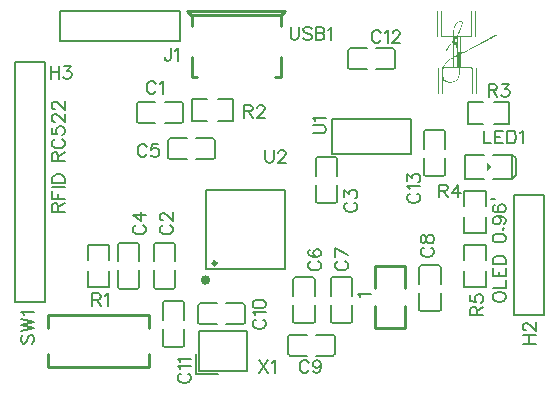
<source format=gto>
G04 Layer: TopSilkscreenLayer*
G04 EasyEDA v6.5.39, 2024-01-11 12:10:10*
G04 6726c83836ac4f208e7d9a6969430780,b65fc79a3ba447d2aedd2257ff82dca6,10*
G04 Gerber Generator version 0.2*
G04 Scale: 100 percent, Rotated: No, Reflected: No *
G04 Dimensions in millimeters *
G04 leading zeros omitted , absolute positions ,4 integer and 5 decimal *
%FSLAX45Y45*%
%MOMM*%

%ADD10C,0.1524*%
%ADD11C,0.2540*%
%ADD12C,0.2032*%
%ADD13C,0.2030*%
%ADD14C,0.2000*%
%ADD15C,0.4000*%
%ADD16C,0.0151*%

%LPD*%
G36*
X5893308Y5817514D02*
G01*
X5892292Y5815685D01*
X5892292Y5595315D01*
X5893765Y5593842D01*
X5899607Y5593842D01*
X5900775Y5594959D01*
X5900775Y5816041D01*
X5900166Y5817514D01*
G37*
G36*
X5926632Y5817514D02*
G01*
X5925362Y5815939D01*
X5925108Y5598769D01*
X5925667Y5594756D01*
X5929122Y5593130D01*
X5929426Y5591251D01*
X5930950Y5590082D01*
X6027216Y5590082D01*
X6027436Y5588508D01*
X6036106Y5588508D01*
X6036665Y5590082D01*
X6043777Y5590082D01*
X6043777Y5589574D01*
X6042101Y5587034D01*
X6040729Y5585460D01*
X6037935Y5581599D01*
X6037275Y5582818D01*
X6036106Y5588508D01*
X6027436Y5588508D01*
X6027826Y5585714D01*
X6027826Y5571134D01*
X6039510Y5571134D01*
X6039510Y5572810D01*
X6046317Y5581853D01*
X6049721Y5586831D01*
X6052261Y5590082D01*
X6085484Y5590082D01*
X6085230Y5455767D01*
X6077508Y5451805D01*
X6075680Y5452313D01*
X6075222Y5453837D01*
X6074613Y5459018D01*
X6073749Y5460593D01*
X6071870Y5469077D01*
X6069025Y5479643D01*
X6068009Y5481472D01*
X6066790Y5486196D01*
X6065266Y5490921D01*
X6063894Y5493359D01*
X6063894Y5590082D01*
X6055461Y5590082D01*
X6055461Y5518810D01*
X6054648Y5518810D01*
X6054039Y5522772D01*
X6052820Y5524652D01*
X6052108Y5528411D01*
X6050889Y5530291D01*
X6050178Y5534507D01*
X6048908Y5536336D01*
X6048857Y5538724D01*
X6047435Y5542483D01*
X6046470Y5547106D01*
X6045301Y5549493D01*
X6044590Y5554218D01*
X6043625Y5555996D01*
X6041288Y5565444D01*
X6039510Y5571134D01*
X6027826Y5571134D01*
X6027826Y5570423D01*
X6026962Y5568289D01*
X6018682Y5558891D01*
X6012383Y5551373D01*
X5993587Y5526379D01*
X5993587Y5525363D01*
X5992723Y5525363D01*
X5990183Y5521401D01*
X5986068Y5515914D01*
X5986068Y5515102D01*
X5984900Y5513882D01*
X5980277Y5506821D01*
X5979261Y5505907D01*
X5976721Y5502097D01*
X5976721Y5500979D01*
X5975908Y5500979D01*
X5972962Y5496407D01*
X5972962Y5495340D01*
X5972200Y5495340D01*
X5969203Y5490768D01*
X5969203Y5489702D01*
X5968441Y5489702D01*
X5965444Y5485130D01*
X5965444Y5484114D01*
X5964631Y5484114D01*
X5962192Y5479999D01*
X5961989Y5476494D01*
X5964275Y5474716D01*
X5965494Y5474716D01*
X5968034Y5476341D01*
X5973876Y5483758D01*
X5973876Y5485028D01*
X5974689Y5485028D01*
X5977991Y5490413D01*
X5987948Y5507786D01*
X5989472Y5511038D01*
X5990082Y5511546D01*
X5991707Y5514340D01*
X5993231Y5517642D01*
X6003899Y5534609D01*
X6003899Y5535218D01*
X6005372Y5536844D01*
X6011164Y5544312D01*
X6026962Y5559653D01*
X6027572Y5559044D01*
X6027587Y5552541D01*
X6036259Y5552541D01*
X6038596Y5550357D01*
X6038646Y5548122D01*
X6040069Y5544362D01*
X6041288Y5539689D01*
X6043828Y5532170D01*
X6044742Y5527954D01*
X6045962Y5525617D01*
X6046622Y5521350D01*
X6047841Y5519470D01*
X6048502Y5515610D01*
X6049822Y5513882D01*
X6049873Y5511952D01*
X6051702Y5508294D01*
X6051702Y5506821D01*
X6053582Y5503113D01*
X6053582Y5501690D01*
X6055461Y5498185D01*
X6055461Y5470499D01*
X6064859Y5470499D01*
X6064859Y5468366D01*
X6066688Y5462270D01*
X6068263Y5455716D01*
X6069279Y5449163D01*
X6068618Y5447284D01*
X6064402Y5445302D01*
X6063894Y5445810D01*
X6063894Y5470499D01*
X6055461Y5470499D01*
X6055461Y5443220D01*
X6077407Y5443220D01*
X6079134Y5445607D01*
X6080658Y5445658D01*
X6082893Y5447385D01*
X6084773Y5447842D01*
X6085484Y5447487D01*
X6085484Y5337352D01*
X6084620Y5336844D01*
X6084011Y5337810D01*
X6084112Y5390083D01*
X6083198Y5392877D01*
X6082131Y5416346D01*
X6081268Y5419140D01*
X6079896Y5431790D01*
X6079032Y5434685D01*
X6078372Y5440730D01*
X6077407Y5443220D01*
X6055461Y5443220D01*
X6055461Y5441238D01*
X6053429Y5439054D01*
X6051854Y5439054D01*
X6049467Y5437225D01*
X6048095Y5437225D01*
X6045708Y5435346D01*
X6044336Y5435346D01*
X6041948Y5433466D01*
X6040577Y5433466D01*
X6038138Y5431485D01*
X6036462Y5431840D01*
X6036259Y5552541D01*
X6027587Y5552541D01*
X6027877Y5429910D01*
X6027267Y5426202D01*
X6022441Y5423865D01*
X6013551Y5418836D01*
X6010706Y5417515D01*
X6006947Y5415229D01*
X6005068Y5414314D01*
X5995466Y5408371D01*
X5995466Y5407812D01*
X5993130Y5406745D01*
X5983224Y5399176D01*
X5975654Y5392420D01*
X5966002Y5382412D01*
X5959348Y5374132D01*
X5952439Y5363819D01*
X5946902Y5353964D01*
X5941060Y5341620D01*
X5941060Y5340553D01*
X5939275Y5337505D01*
X5947156Y5337505D01*
X5947156Y5339384D01*
X5953912Y5353507D01*
X5957976Y5360060D01*
X5959094Y5362397D01*
X5962040Y5366156D01*
X5963259Y5368442D01*
X5971844Y5379262D01*
X5982258Y5389626D01*
X5990539Y5396636D01*
X6004153Y5406034D01*
X6006490Y5407202D01*
X6013043Y5411368D01*
X6026658Y5418429D01*
X6027216Y5418429D01*
X6027775Y5416346D01*
X6027826Y5338775D01*
X6027468Y5337860D01*
X6036259Y5337860D01*
X6036259Y5422442D01*
X6038342Y5424576D01*
X6054750Y5432856D01*
X6055461Y5432450D01*
X6055461Y5337860D01*
X6063894Y5337860D01*
X6063894Y5437682D01*
X6066485Y5438698D01*
X6067907Y5439918D01*
X6070447Y5440476D01*
X6071971Y5438140D01*
X6072784Y5430418D01*
X6074206Y5423814D01*
X6075121Y5413044D01*
X6076137Y5407406D01*
X6076645Y5338978D01*
X6075680Y5336387D01*
X6064504Y5336387D01*
X6063894Y5337860D01*
X6055461Y5337860D01*
X6054902Y5336387D01*
X6038342Y5336387D01*
X6036259Y5337860D01*
X6027468Y5337860D01*
X6026912Y5336387D01*
X5948273Y5336387D01*
X5947156Y5337505D01*
X5939275Y5337505D01*
X5938621Y5336387D01*
X5934456Y5336387D01*
X5928868Y5330698D01*
X5928868Y5284571D01*
X5938316Y5284571D01*
X5938316Y5301894D01*
X5940552Y5319014D01*
X5942025Y5323281D01*
X5942025Y5325465D01*
X5943955Y5327954D01*
X6075883Y5327700D01*
X6076137Y5321147D01*
X6075121Y5310378D01*
X6074257Y5291632D01*
X6072022Y5274208D01*
X6071412Y5273141D01*
X6070092Y5265521D01*
X6069177Y5264404D01*
X6068517Y5260492D01*
X6066739Y5256936D01*
X6066739Y5255158D01*
X6065367Y5252669D01*
X6062319Y5246116D01*
X6059068Y5240477D01*
X6056172Y5237276D01*
X6050940Y5232298D01*
X6048146Y5230063D01*
X6040729Y5225237D01*
X6039967Y5225237D01*
X6031941Y5221478D01*
X6030823Y5221478D01*
X6027369Y5219598D01*
X6025642Y5219598D01*
X6022187Y5217871D01*
X6018682Y5217210D01*
X6016802Y5215991D01*
X6013043Y5215382D01*
X6010249Y5214061D01*
X6001512Y5212486D01*
X5995720Y5213502D01*
X5989624Y5214112D01*
X5986678Y5215280D01*
X5982665Y5215991D01*
X5979769Y5217718D01*
X5978042Y5217718D01*
X5975654Y5219598D01*
X5974130Y5219700D01*
X5969914Y5222392D01*
X5967577Y5223611D01*
X5964326Y5225745D01*
X5963818Y5226405D01*
X5957722Y5231536D01*
X5955080Y5234279D01*
X5950153Y5240477D01*
X5948172Y5243779D01*
X5943955Y5252669D01*
X5943295Y5255971D01*
X5942126Y5258308D01*
X5941466Y5263438D01*
X5940196Y5267706D01*
X5938316Y5284571D01*
X5928868Y5284571D01*
X5928868Y5111445D01*
X5930900Y5108854D01*
X5936284Y5109260D01*
X5937808Y5110480D01*
X5937808Y5247233D01*
X5938367Y5248706D01*
X5939180Y5248706D01*
X5939180Y5247030D01*
X5943295Y5239004D01*
X5946851Y5233924D01*
X5950610Y5229250D01*
X5955842Y5224272D01*
X5964732Y5217464D01*
X5972251Y5213248D01*
X5976569Y5211165D01*
X5978398Y5211165D01*
X5979566Y5209997D01*
X5985865Y5208320D01*
X5997346Y5206034D01*
X6005169Y5206034D01*
X6008370Y5207304D01*
X6013297Y5207965D01*
X6013754Y5208778D01*
X6019088Y5209895D01*
X6021019Y5211064D01*
X6024676Y5211724D01*
X6026658Y5212943D01*
X6030366Y5213604D01*
X6032246Y5214924D01*
X6033566Y5214924D01*
X6042609Y5219141D01*
X6043218Y5219141D01*
X6050026Y5223103D01*
X6051550Y5224526D01*
X6053734Y5225948D01*
X6057188Y5228793D01*
X6062472Y5234228D01*
X6068618Y5243779D01*
X6073292Y5253736D01*
X6073292Y5255514D01*
X6074308Y5256530D01*
X6078372Y5271922D01*
X6079388Y5280558D01*
X6080252Y5282692D01*
X6081369Y5299100D01*
X6081928Y5300065D01*
X6082995Y5326989D01*
X6083706Y5327700D01*
X6180328Y5327954D01*
X6181598Y5326888D01*
X6181598Y5110480D01*
X6183071Y5109260D01*
X6188456Y5108854D01*
X6190488Y5111445D01*
X6190488Y5330698D01*
X6184950Y5336387D01*
X6094425Y5336387D01*
X6093917Y5338470D01*
X6094171Y5452364D01*
X6108700Y5459222D01*
X6109766Y5459222D01*
X6110935Y5460644D01*
X6112560Y5460644D01*
X6114948Y5462524D01*
X6116370Y5462524D01*
X6160719Y5484114D01*
X6244640Y5526786D01*
X6246114Y5528157D01*
X6247587Y5528157D01*
X6249974Y5530037D01*
X6251295Y5530037D01*
X6253683Y5531916D01*
X6255054Y5531916D01*
X6257442Y5533796D01*
X6258814Y5533796D01*
X6261049Y5535472D01*
X6299047Y5554980D01*
X6300520Y5556300D01*
X6301943Y5556300D01*
X6304330Y5558180D01*
X6305600Y5558180D01*
X6307886Y5559755D01*
X6338417Y5575604D01*
X6339890Y5576925D01*
X6341262Y5576925D01*
X6343497Y5578500D01*
X6363004Y5588914D01*
X6364173Y5590082D01*
X6365697Y5590082D01*
X6368084Y5591962D01*
X6368643Y5591962D01*
X6389370Y5603798D01*
X6392164Y5606338D01*
X6392672Y5610250D01*
X6391503Y5611622D01*
X6386728Y5611622D01*
X6383426Y5610758D01*
X6379210Y5609285D01*
X6366560Y5603595D01*
X6365138Y5602732D01*
X6361836Y5601360D01*
X6329527Y5584698D01*
X6329019Y5584190D01*
X6322618Y5580938D01*
X6321653Y5579770D01*
X6320129Y5579770D01*
X6317945Y5578246D01*
X6303975Y5570778D01*
X6300673Y5568492D01*
X6298387Y5567934D01*
X6297269Y5566613D01*
X6296406Y5566613D01*
X6287363Y5561380D01*
X6284518Y5560060D01*
X6265519Y5549239D01*
X6264351Y5548782D01*
X6260592Y5546496D01*
X6224473Y5526532D01*
X6224016Y5525922D01*
X6219088Y5523433D01*
X6207353Y5516880D01*
X6207150Y5516575D01*
X6203848Y5515051D01*
X6200089Y5512765D01*
X6193536Y5509412D01*
X6186982Y5505653D01*
X6176213Y5499862D01*
X6149492Y5486044D01*
X6131407Y5477154D01*
X6117132Y5470398D01*
X6115710Y5469534D01*
X6107734Y5466080D01*
X6094425Y5459730D01*
X6093917Y5459730D01*
X6093917Y5590082D01*
X6180937Y5590082D01*
X6182461Y5591251D01*
X6182766Y5593130D01*
X6186220Y5594756D01*
X6186779Y5598769D01*
X6186525Y5815939D01*
X6185204Y5817514D01*
X6178905Y5817514D01*
X6177838Y5816244D01*
X6177584Y5598769D01*
X6058306Y5598515D01*
X6058306Y5599684D01*
X6065774Y5611215D01*
X6065774Y5611622D01*
X6070498Y5618937D01*
X6074156Y5625490D01*
X6080810Y5639257D01*
X6080810Y5640578D01*
X6082182Y5641746D01*
X6082741Y5644896D01*
X6084011Y5645962D01*
X6084671Y5648909D01*
X6086398Y5652211D01*
X6086398Y5653278D01*
X6090158Y5661304D01*
X6090158Y5663133D01*
X6091580Y5664301D01*
X6091580Y5665825D01*
X6093866Y5670499D01*
X6093917Y5672480D01*
X6095339Y5673648D01*
X6095339Y5675172D01*
X6097625Y5679897D01*
X6097676Y5681878D01*
X6098997Y5682945D01*
X6099606Y5686450D01*
X6100470Y5687466D01*
X6102451Y5693003D01*
X6103670Y5700522D01*
X6104686Y5704281D01*
X6105499Y5717844D01*
X6104839Y5724652D01*
X6103315Y5726379D01*
X6103315Y5727242D01*
X6099810Y5730849D01*
X6093764Y5733694D01*
X6082436Y5733796D01*
X6073546Y5729122D01*
X6065062Y5723483D01*
X6051042Y5712764D01*
X6044895Y5706110D01*
X6039561Y5697677D01*
X6034836Y5687771D01*
X6034836Y5686653D01*
X6032957Y5683148D01*
X6032957Y5681472D01*
X6031687Y5678932D01*
X6031026Y5674715D01*
X6029756Y5670042D01*
X6029147Y5662523D01*
X6027877Y5656427D01*
X6026861Y5644286D01*
X6025946Y5640933D01*
X6025134Y5619851D01*
X6025252Y5617057D01*
X6031992Y5617057D01*
X6033008Y5630621D01*
X6033820Y5649112D01*
X6034887Y5655970D01*
X6036157Y5666740D01*
X6037732Y5674715D01*
X6039561Y5681268D01*
X6040932Y5683961D01*
X6041542Y5687568D01*
X6042812Y5688685D01*
X6042812Y5689650D01*
X6047435Y5698591D01*
X6053277Y5705652D01*
X6062726Y5713831D01*
X6063335Y5713882D01*
X6069380Y5718454D01*
X6074918Y5722061D01*
X6075426Y5722670D01*
X6082436Y5726633D01*
X6084773Y5727446D01*
X6094476Y5727141D01*
X6098844Y5722772D01*
X6098794Y5707532D01*
X6097270Y5702401D01*
X6096609Y5697220D01*
X6095441Y5694324D01*
X6094730Y5690209D01*
X6093510Y5687822D01*
X6092850Y5684113D01*
X6091682Y5682234D01*
X6091021Y5678932D01*
X6089802Y5677052D01*
X6089192Y5674106D01*
X6087364Y5670550D01*
X6087364Y5668924D01*
X6086500Y5668365D01*
X6085382Y5664860D01*
X6079845Y5652516D01*
X6079845Y5651144D01*
X6078474Y5650026D01*
X6077915Y5647994D01*
X6068009Y5628284D01*
X6065012Y5622899D01*
X6064300Y5621274D01*
X6063640Y5620766D01*
X6058560Y5611622D01*
X6057798Y5611622D01*
X6057798Y5610555D01*
X6051702Y5601462D01*
X6051702Y5600903D01*
X6049467Y5598515D01*
X6033770Y5598769D01*
X6032449Y5602986D01*
X6031992Y5617057D01*
X6025252Y5617057D01*
X6026150Y5598769D01*
X5934252Y5598769D01*
X5934049Y5816244D01*
X5932982Y5817514D01*
G37*
G36*
X6214618Y5817514D02*
G01*
X6213500Y5816396D01*
X6213500Y5594807D01*
X6214465Y5594197D01*
X6220002Y5593689D01*
X6222390Y5595264D01*
X6222136Y5816600D01*
X6220764Y5817514D01*
G37*
G36*
X5897016Y5332628D02*
G01*
X5896051Y5330799D01*
X5896051Y5111038D01*
X5897524Y5108956D01*
X5902960Y5108956D01*
X5904484Y5110683D01*
X5904484Y5331510D01*
X5903366Y5332628D01*
G37*
G36*
X6218682Y5332628D02*
G01*
X6217208Y5331155D01*
X6217259Y5111038D01*
X6217920Y5110022D01*
X6219952Y5108956D01*
X6224117Y5108956D01*
X6226149Y5111140D01*
X6226149Y5331053D01*
X6224422Y5332628D01*
G37*
D10*
X2627884Y4114800D02*
G01*
X2736850Y4114800D01*
X2627884Y4114800D02*
G01*
X2627884Y4161536D01*
X2632963Y4177029D01*
X2638297Y4182363D01*
X2648711Y4187444D01*
X2659125Y4187444D01*
X2669540Y4182363D01*
X2674620Y4177029D01*
X2679700Y4161536D01*
X2679700Y4114800D01*
X2679700Y4151121D02*
G01*
X2736850Y4187444D01*
X2627884Y4221734D02*
G01*
X2736850Y4221734D01*
X2627884Y4221734D02*
G01*
X2627884Y4289297D01*
X2679700Y4221734D02*
G01*
X2679700Y4263389D01*
X2627884Y4323587D02*
G01*
X2736850Y4323587D01*
X2627884Y4357878D02*
G01*
X2736850Y4357878D01*
X2627884Y4357878D02*
G01*
X2627884Y4394200D01*
X2632963Y4409947D01*
X2643377Y4420362D01*
X2653791Y4425442D01*
X2669540Y4430776D01*
X2695447Y4430776D01*
X2710941Y4425442D01*
X2721356Y4420362D01*
X2731770Y4409947D01*
X2736850Y4394200D01*
X2736850Y4357878D01*
X2627884Y4545076D02*
G01*
X2736850Y4545076D01*
X2627884Y4545076D02*
G01*
X2627884Y4591812D01*
X2632963Y4607305D01*
X2638297Y4612639D01*
X2648711Y4617720D01*
X2659125Y4617720D01*
X2669540Y4612639D01*
X2674620Y4607305D01*
X2679700Y4591812D01*
X2679700Y4545076D01*
X2679700Y4581397D02*
G01*
X2736850Y4617720D01*
X2653791Y4729987D02*
G01*
X2643377Y4724654D01*
X2632963Y4714239D01*
X2627884Y4704079D01*
X2627884Y4683252D01*
X2632963Y4672837D01*
X2643377Y4662423D01*
X2653791Y4657089D01*
X2669540Y4652010D01*
X2695447Y4652010D01*
X2710941Y4657089D01*
X2721356Y4662423D01*
X2731770Y4672837D01*
X2736850Y4683252D01*
X2736850Y4704079D01*
X2731770Y4714239D01*
X2721356Y4724654D01*
X2710941Y4729987D01*
X2627884Y4826507D02*
G01*
X2627884Y4774692D01*
X2674620Y4769357D01*
X2669540Y4774692D01*
X2664206Y4790186D01*
X2664206Y4805679D01*
X2669540Y4821428D01*
X2679700Y4831842D01*
X2695447Y4836921D01*
X2705861Y4836921D01*
X2721356Y4831842D01*
X2731770Y4821428D01*
X2736850Y4805679D01*
X2736850Y4790186D01*
X2731770Y4774692D01*
X2726690Y4769357D01*
X2716275Y4764278D01*
X2653791Y4876545D02*
G01*
X2648711Y4876545D01*
X2638297Y4881626D01*
X2632963Y4886960D01*
X2627884Y4897120D01*
X2627884Y4917947D01*
X2632963Y4928362D01*
X2638297Y4933695D01*
X2648711Y4938776D01*
X2659125Y4938776D01*
X2669540Y4933695D01*
X2685034Y4923281D01*
X2736850Y4871212D01*
X2736850Y4944110D01*
X2653791Y4983479D02*
G01*
X2648711Y4983479D01*
X2638297Y4988560D01*
X2632963Y4993894D01*
X2627884Y5004307D01*
X2627884Y5025136D01*
X2632963Y5035550D01*
X2638297Y5040629D01*
X2648711Y5045710D01*
X2659125Y5045710D01*
X2669540Y5040629D01*
X2685034Y5030215D01*
X2736850Y4978400D01*
X2736850Y5051044D01*
X6361684Y3384042D02*
G01*
X6366763Y3373628D01*
X6377177Y3363213D01*
X6387591Y3357879D01*
X6403340Y3352800D01*
X6429247Y3352800D01*
X6444741Y3357879D01*
X6455156Y3363213D01*
X6465570Y3373628D01*
X6470650Y3384042D01*
X6470650Y3404870D01*
X6465570Y3415029D01*
X6455156Y3425444D01*
X6444741Y3430778D01*
X6429247Y3435857D01*
X6403340Y3435857D01*
X6387591Y3430778D01*
X6377177Y3425444D01*
X6366763Y3415029D01*
X6361684Y3404870D01*
X6361684Y3384042D01*
X6361684Y3470147D02*
G01*
X6470650Y3470147D01*
X6470650Y3470147D02*
G01*
X6470650Y3532631D01*
X6361684Y3566921D02*
G01*
X6470650Y3566921D01*
X6361684Y3566921D02*
G01*
X6361684Y3634486D01*
X6413500Y3566921D02*
G01*
X6413500Y3608323D01*
X6470650Y3566921D02*
G01*
X6470650Y3634486D01*
X6361684Y3668776D02*
G01*
X6470650Y3668776D01*
X6361684Y3668776D02*
G01*
X6361684Y3705097D01*
X6366763Y3720592D01*
X6377177Y3731005D01*
X6387591Y3736339D01*
X6403340Y3741420D01*
X6429247Y3741420D01*
X6444741Y3736339D01*
X6455156Y3731005D01*
X6465570Y3720592D01*
X6470650Y3705097D01*
X6470650Y3668776D01*
X6361684Y3886962D02*
G01*
X6366763Y3871213D01*
X6382511Y3860800D01*
X6408420Y3855720D01*
X6423913Y3855720D01*
X6450075Y3860800D01*
X6465570Y3871213D01*
X6470650Y3886962D01*
X6470650Y3897376D01*
X6465570Y3912870D01*
X6450075Y3923284D01*
X6423913Y3928363D01*
X6408420Y3928363D01*
X6382511Y3923284D01*
X6366763Y3912870D01*
X6361684Y3897376D01*
X6361684Y3886962D01*
X6444741Y3967987D02*
G01*
X6450075Y3962654D01*
X6455156Y3967987D01*
X6450075Y3973068D01*
X6444741Y3967987D01*
X6398006Y4074921D02*
G01*
X6413500Y4069842D01*
X6423913Y4059428D01*
X6429247Y4043679D01*
X6429247Y4038600D01*
X6423913Y4023105D01*
X6413500Y4012692D01*
X6398006Y4007357D01*
X6392925Y4007357D01*
X6377177Y4012692D01*
X6366763Y4023105D01*
X6361684Y4038600D01*
X6361684Y4043679D01*
X6366763Y4059428D01*
X6377177Y4069842D01*
X6398006Y4074921D01*
X6423913Y4074921D01*
X6450075Y4069842D01*
X6465570Y4059428D01*
X6470650Y4043679D01*
X6470650Y4033520D01*
X6465570Y4017771D01*
X6455156Y4012692D01*
X6377177Y4171695D02*
G01*
X6366763Y4166362D01*
X6361684Y4150868D01*
X6361684Y4140454D01*
X6366763Y4124960D01*
X6382511Y4114545D01*
X6408420Y4109212D01*
X6434327Y4109212D01*
X6455156Y4114545D01*
X6465570Y4124960D01*
X6470650Y4140454D01*
X6470650Y4145534D01*
X6465570Y4161281D01*
X6455156Y4171695D01*
X6439661Y4176776D01*
X6434327Y4176776D01*
X6418834Y4171695D01*
X6408420Y4161281D01*
X6403340Y4145534D01*
X6403340Y4140454D01*
X6408420Y4124960D01*
X6418834Y4114545D01*
X6434327Y4109212D01*
X6346190Y4221479D02*
G01*
X6377177Y4221479D01*
X5239501Y3390892D02*
G01*
X5234167Y3401306D01*
X5218673Y3416800D01*
X5327639Y3416800D01*
X3506977Y5194807D02*
G01*
X3501643Y5205221D01*
X3491229Y5215636D01*
X3481070Y5220715D01*
X3460241Y5220715D01*
X3449827Y5215636D01*
X3439413Y5205221D01*
X3434079Y5194807D01*
X3429000Y5179060D01*
X3429000Y5153152D01*
X3434079Y5137657D01*
X3439413Y5127244D01*
X3449827Y5116829D01*
X3460241Y5111750D01*
X3481070Y5111750D01*
X3491229Y5116829D01*
X3501643Y5127244D01*
X3506977Y5137657D01*
X3541268Y5199887D02*
G01*
X3551681Y5205221D01*
X3567175Y5220715D01*
X3567175Y5111750D01*
X3568191Y4002278D02*
G01*
X3557777Y3996944D01*
X3547363Y3986529D01*
X3542284Y3976370D01*
X3542284Y3955542D01*
X3547363Y3945128D01*
X3557777Y3934713D01*
X3568191Y3929379D01*
X3583940Y3924300D01*
X3609847Y3924300D01*
X3625341Y3929379D01*
X3635756Y3934713D01*
X3646170Y3945128D01*
X3651250Y3955542D01*
X3651250Y3976370D01*
X3646170Y3986529D01*
X3635756Y3996944D01*
X3625341Y4002278D01*
X3568191Y4041647D02*
G01*
X3563111Y4041647D01*
X3552697Y4046981D01*
X3547363Y4052062D01*
X3542284Y4062476D01*
X3542284Y4083304D01*
X3547363Y4093718D01*
X3552697Y4098797D01*
X3563111Y4104131D01*
X3573525Y4104131D01*
X3583940Y4098797D01*
X3599434Y4088384D01*
X3651250Y4036568D01*
X3651250Y4109212D01*
X5130291Y4192778D02*
G01*
X5119877Y4187444D01*
X5109463Y4177029D01*
X5104384Y4166870D01*
X5104384Y4146042D01*
X5109463Y4135628D01*
X5119877Y4125213D01*
X5130291Y4119879D01*
X5146040Y4114800D01*
X5171947Y4114800D01*
X5187441Y4119879D01*
X5197856Y4125213D01*
X5208270Y4135628D01*
X5213350Y4146042D01*
X5213350Y4166870D01*
X5208270Y4177029D01*
X5197856Y4187444D01*
X5187441Y4192778D01*
X5104384Y4237481D02*
G01*
X5104384Y4294631D01*
X5146040Y4263389D01*
X5146040Y4278884D01*
X5151120Y4289297D01*
X5156200Y4294631D01*
X5171947Y4299712D01*
X5182361Y4299712D01*
X5197856Y4294631D01*
X5208270Y4284218D01*
X5213350Y4268470D01*
X5213350Y4252976D01*
X5208270Y4237481D01*
X5203190Y4232147D01*
X5192775Y4227068D01*
X3339591Y4002278D02*
G01*
X3329177Y3996944D01*
X3318763Y3986529D01*
X3313684Y3976370D01*
X3313684Y3955542D01*
X3318763Y3945128D01*
X3329177Y3934713D01*
X3339591Y3929379D01*
X3355340Y3924300D01*
X3381247Y3924300D01*
X3396741Y3929379D01*
X3407156Y3934713D01*
X3417570Y3945128D01*
X3422650Y3955542D01*
X3422650Y3976370D01*
X3417570Y3986529D01*
X3407156Y3996944D01*
X3396741Y4002278D01*
X3313684Y4088384D02*
G01*
X3386327Y4036568D01*
X3386327Y4114545D01*
X3313684Y4088384D02*
G01*
X3422650Y4088384D01*
X3430777Y4661407D02*
G01*
X3425443Y4671821D01*
X3415029Y4682236D01*
X3404870Y4687315D01*
X3384041Y4687315D01*
X3373627Y4682236D01*
X3363213Y4671821D01*
X3357879Y4661407D01*
X3352800Y4645660D01*
X3352800Y4619752D01*
X3357879Y4604257D01*
X3363213Y4593844D01*
X3373627Y4583429D01*
X3384041Y4578350D01*
X3404870Y4578350D01*
X3415029Y4583429D01*
X3425443Y4593844D01*
X3430777Y4604257D01*
X3527297Y4687315D02*
G01*
X3475481Y4687315D01*
X3470147Y4640579D01*
X3475481Y4645660D01*
X3490975Y4650994D01*
X3506470Y4650994D01*
X3522218Y4645660D01*
X3532631Y4635500D01*
X3537711Y4619752D01*
X3537711Y4609337D01*
X3532631Y4593844D01*
X3522218Y4583429D01*
X3506470Y4578350D01*
X3490975Y4578350D01*
X3475481Y4583429D01*
X3470147Y4588510D01*
X3465068Y4598923D01*
X4825491Y3697470D02*
G01*
X4815077Y3692136D01*
X4804663Y3681722D01*
X4799584Y3671562D01*
X4799584Y3650734D01*
X4804663Y3640320D01*
X4815077Y3629906D01*
X4825491Y3624572D01*
X4841240Y3619492D01*
X4867147Y3619492D01*
X4882641Y3624572D01*
X4893056Y3629906D01*
X4903470Y3640320D01*
X4908550Y3650734D01*
X4908550Y3671562D01*
X4903470Y3681722D01*
X4893056Y3692136D01*
X4882641Y3697470D01*
X4815077Y3793990D02*
G01*
X4804663Y3788910D01*
X4799584Y3773162D01*
X4799584Y3763002D01*
X4804663Y3747254D01*
X4820411Y3736840D01*
X4846320Y3731760D01*
X4872227Y3731760D01*
X4893056Y3736840D01*
X4903470Y3747254D01*
X4908550Y3763002D01*
X4908550Y3768082D01*
X4903470Y3783576D01*
X4893056Y3793990D01*
X4877561Y3799324D01*
X4872227Y3799324D01*
X4856734Y3793990D01*
X4846320Y3783576D01*
X4841240Y3768082D01*
X4841240Y3763002D01*
X4846320Y3747254D01*
X4856734Y3736840D01*
X4872227Y3731760D01*
X5054091Y3697470D02*
G01*
X5043677Y3692136D01*
X5033263Y3681722D01*
X5028184Y3671562D01*
X5028184Y3650734D01*
X5033263Y3640320D01*
X5043677Y3629906D01*
X5054091Y3624572D01*
X5069840Y3619492D01*
X5095747Y3619492D01*
X5111241Y3624572D01*
X5121656Y3629906D01*
X5132070Y3640320D01*
X5137150Y3650734D01*
X5137150Y3671562D01*
X5132070Y3681722D01*
X5121656Y3692136D01*
X5111241Y3697470D01*
X5028184Y3804404D02*
G01*
X5137150Y3752588D01*
X5028184Y3731760D02*
G01*
X5028184Y3804404D01*
X5777991Y3811778D02*
G01*
X5767577Y3806444D01*
X5757163Y3796029D01*
X5752084Y3785870D01*
X5752084Y3765042D01*
X5757163Y3754628D01*
X5767577Y3744213D01*
X5777991Y3738879D01*
X5793740Y3733800D01*
X5819647Y3733800D01*
X5835141Y3738879D01*
X5845556Y3744213D01*
X5855970Y3754628D01*
X5861050Y3765042D01*
X5861050Y3785870D01*
X5855970Y3796029D01*
X5845556Y3806444D01*
X5835141Y3811778D01*
X5752084Y3871976D02*
G01*
X5757163Y3856481D01*
X5767577Y3851147D01*
X5777991Y3851147D01*
X5788406Y3856481D01*
X5793740Y3866895D01*
X5798820Y3887470D01*
X5803900Y3903218D01*
X5814313Y3913631D01*
X5824727Y3918712D01*
X5840475Y3918712D01*
X5850890Y3913631D01*
X5855970Y3908297D01*
X5861050Y3892804D01*
X5861050Y3871976D01*
X5855970Y3856481D01*
X5850890Y3851147D01*
X5840475Y3846068D01*
X5824727Y3846068D01*
X5814313Y3851147D01*
X5803900Y3861562D01*
X5798820Y3877310D01*
X5793740Y3897884D01*
X5788406Y3908297D01*
X5777991Y3913631D01*
X5767577Y3913631D01*
X5757163Y3908297D01*
X5752084Y3892804D01*
X5752084Y3871976D01*
X4802377Y2832607D02*
G01*
X4797043Y2843021D01*
X4786629Y2853436D01*
X4776470Y2858515D01*
X4755641Y2858515D01*
X4745227Y2853436D01*
X4734813Y2843021D01*
X4729479Y2832607D01*
X4724400Y2816860D01*
X4724400Y2790952D01*
X4729479Y2775457D01*
X4734813Y2765044D01*
X4745227Y2754629D01*
X4755641Y2749550D01*
X4776470Y2749550D01*
X4786629Y2754629D01*
X4797043Y2765044D01*
X4802377Y2775457D01*
X4904231Y2822194D02*
G01*
X4898897Y2806700D01*
X4888484Y2796286D01*
X4872990Y2790952D01*
X4867909Y2790952D01*
X4852161Y2796286D01*
X4841747Y2806700D01*
X4836668Y2822194D01*
X4836668Y2827273D01*
X4841747Y2843021D01*
X4852161Y2853436D01*
X4867909Y2858515D01*
X4872990Y2858515D01*
X4888484Y2853436D01*
X4898897Y2843021D01*
X4904231Y2822194D01*
X4904231Y2796286D01*
X4898897Y2770123D01*
X4888484Y2754629D01*
X4872990Y2749550D01*
X4862575Y2749550D01*
X4847081Y2754629D01*
X4841747Y2765044D01*
X4355591Y3202170D02*
G01*
X4345177Y3196836D01*
X4334763Y3186422D01*
X4329684Y3176262D01*
X4329684Y3155434D01*
X4334763Y3145020D01*
X4345177Y3134606D01*
X4355591Y3129272D01*
X4371340Y3124192D01*
X4397247Y3124192D01*
X4412741Y3129272D01*
X4423156Y3134606D01*
X4433570Y3145020D01*
X4438650Y3155434D01*
X4438650Y3176262D01*
X4433570Y3186422D01*
X4423156Y3196836D01*
X4412741Y3202170D01*
X4350511Y3236460D02*
G01*
X4345177Y3246874D01*
X4329684Y3262368D01*
X4438650Y3262368D01*
X4329684Y3327900D02*
G01*
X4334763Y3312152D01*
X4350511Y3301992D01*
X4376420Y3296658D01*
X4391913Y3296658D01*
X4418075Y3301992D01*
X4433570Y3312152D01*
X4438650Y3327900D01*
X4438650Y3338314D01*
X4433570Y3353808D01*
X4418075Y3364222D01*
X4391913Y3369302D01*
X4376420Y3369302D01*
X4350511Y3364222D01*
X4334763Y3353808D01*
X4329684Y3338314D01*
X4329684Y3327900D01*
X3720591Y2744970D02*
G01*
X3710177Y2739636D01*
X3699763Y2729222D01*
X3694684Y2719062D01*
X3694684Y2698234D01*
X3699763Y2687820D01*
X3710177Y2677406D01*
X3720591Y2672072D01*
X3736340Y2666992D01*
X3762247Y2666992D01*
X3777741Y2672072D01*
X3788156Y2677406D01*
X3798570Y2687820D01*
X3803650Y2698234D01*
X3803650Y2719062D01*
X3798570Y2729222D01*
X3788156Y2739636D01*
X3777741Y2744970D01*
X3715511Y2779260D02*
G01*
X3710177Y2789674D01*
X3694684Y2805168D01*
X3803650Y2805168D01*
X3715511Y2839458D02*
G01*
X3710177Y2849872D01*
X3694684Y2865366D01*
X3803650Y2865366D01*
X5411977Y5626607D02*
G01*
X5406643Y5637021D01*
X5396229Y5647436D01*
X5386070Y5652515D01*
X5365241Y5652515D01*
X5354827Y5647436D01*
X5344413Y5637021D01*
X5339079Y5626607D01*
X5334000Y5610860D01*
X5334000Y5584952D01*
X5339079Y5569457D01*
X5344413Y5559044D01*
X5354827Y5548629D01*
X5365241Y5543550D01*
X5386070Y5543550D01*
X5396229Y5548629D01*
X5406643Y5559044D01*
X5411977Y5569457D01*
X5446268Y5631687D02*
G01*
X5456681Y5637021D01*
X5472175Y5652515D01*
X5472175Y5543550D01*
X5511800Y5626607D02*
G01*
X5511800Y5631687D01*
X5516879Y5642102D01*
X5521959Y5647436D01*
X5532374Y5652515D01*
X5553202Y5652515D01*
X5563615Y5647436D01*
X5568950Y5642102D01*
X5574029Y5631687D01*
X5574029Y5621273D01*
X5568950Y5610860D01*
X5558536Y5595365D01*
X5506465Y5543550D01*
X5579109Y5543550D01*
X5663691Y4268970D02*
G01*
X5653277Y4263636D01*
X5642863Y4253222D01*
X5637784Y4243062D01*
X5637784Y4222234D01*
X5642863Y4211820D01*
X5653277Y4201406D01*
X5663691Y4196072D01*
X5679440Y4190992D01*
X5705347Y4190992D01*
X5720841Y4196072D01*
X5731256Y4201406D01*
X5741670Y4211820D01*
X5746750Y4222234D01*
X5746750Y4243062D01*
X5741670Y4253222D01*
X5731256Y4263636D01*
X5720841Y4268970D01*
X5658611Y4303260D02*
G01*
X5653277Y4313674D01*
X5637784Y4329168D01*
X5746750Y4329168D01*
X5637784Y4373872D02*
G01*
X5637784Y4431022D01*
X5679440Y4399780D01*
X5679440Y4415528D01*
X5684520Y4425942D01*
X5689600Y4431022D01*
X5705347Y4436102D01*
X5715761Y4436102D01*
X5731256Y4431022D01*
X5741670Y4420608D01*
X5746750Y4405114D01*
X5746750Y4389366D01*
X5741670Y4373872D01*
X5736590Y4368792D01*
X5726175Y4363458D01*
X6615684Y2997200D02*
G01*
X6724650Y2997200D01*
X6615684Y3069844D02*
G01*
X6724650Y3069844D01*
X6667500Y2997200D02*
G01*
X6667500Y3069844D01*
X6641591Y3109468D02*
G01*
X6636511Y3109468D01*
X6626097Y3114547D01*
X6620763Y3119881D01*
X6615684Y3130295D01*
X6615684Y3150870D01*
X6620763Y3161284D01*
X6626097Y3166618D01*
X6636511Y3171697D01*
X6646925Y3171697D01*
X6657340Y3166618D01*
X6672834Y3156204D01*
X6724650Y3104134D01*
X6724650Y3177031D01*
X2616200Y5347715D02*
G01*
X2616200Y5238750D01*
X2688843Y5347715D02*
G01*
X2688843Y5238750D01*
X2616200Y5295900D02*
G01*
X2688843Y5295900D01*
X2733547Y5347715D02*
G01*
X2790697Y5347715D01*
X2759709Y5306060D01*
X2775204Y5306060D01*
X2785618Y5300979D01*
X2790697Y5295900D01*
X2796031Y5280152D01*
X2796031Y5269737D01*
X2790697Y5254244D01*
X2780284Y5243829D01*
X2764790Y5238750D01*
X2749295Y5238750D01*
X2733547Y5243829D01*
X2728468Y5248910D01*
X2723134Y5259323D01*
X3633470Y5500115D02*
G01*
X3633470Y5417057D01*
X3628136Y5401310D01*
X3623056Y5396229D01*
X3612641Y5391150D01*
X3602227Y5391150D01*
X3591813Y5396229D01*
X3586479Y5401310D01*
X3581400Y5417057D01*
X3581400Y5427471D01*
X3667759Y5479287D02*
G01*
X3677920Y5484621D01*
X3693668Y5500115D01*
X3693668Y5391150D01*
X6286500Y4801615D02*
G01*
X6286500Y4692650D01*
X6286500Y4692650D02*
G01*
X6348729Y4692650D01*
X6383020Y4801615D02*
G01*
X6383020Y4692650D01*
X6383020Y4801615D02*
G01*
X6450584Y4801615D01*
X6383020Y4749800D02*
G01*
X6424675Y4749800D01*
X6383020Y4692650D02*
G01*
X6450584Y4692650D01*
X6484874Y4801615D02*
G01*
X6484874Y4692650D01*
X6484874Y4801615D02*
G01*
X6521450Y4801615D01*
X6536943Y4796536D01*
X6547358Y4786121D01*
X6552438Y4775707D01*
X6557772Y4759960D01*
X6557772Y4734052D01*
X6552438Y4718557D01*
X6547358Y4708144D01*
X6536943Y4697729D01*
X6521450Y4692650D01*
X6484874Y4692650D01*
X6592061Y4780787D02*
G01*
X6602475Y4786121D01*
X6617970Y4801615D01*
X6617970Y4692650D01*
X2971408Y3423030D02*
G01*
X2971408Y3314064D01*
X2971408Y3423030D02*
G01*
X3018144Y3423030D01*
X3033638Y3417951D01*
X3038972Y3412617D01*
X3044052Y3402203D01*
X3044052Y3391788D01*
X3038972Y3381375D01*
X3033638Y3376295D01*
X3018144Y3371214D01*
X2971408Y3371214D01*
X3007730Y3371214D02*
G01*
X3044052Y3314064D01*
X3078342Y3402203D02*
G01*
X3088756Y3407537D01*
X3104504Y3423030D01*
X3104504Y3314064D01*
X4254489Y5017515D02*
G01*
X4254489Y4908550D01*
X4254489Y5017515D02*
G01*
X4301225Y5017515D01*
X4316719Y5012436D01*
X4322053Y5007102D01*
X4327133Y4996687D01*
X4327133Y4986273D01*
X4322053Y4975860D01*
X4316719Y4970779D01*
X4301225Y4965700D01*
X4254489Y4965700D01*
X4290811Y4965700D02*
G01*
X4327133Y4908550D01*
X4366757Y4991607D02*
G01*
X4366757Y4996687D01*
X4371837Y5007102D01*
X4377171Y5012436D01*
X4387585Y5017515D01*
X4408159Y5017515D01*
X4418573Y5012436D01*
X4423907Y5007102D01*
X4428987Y4996687D01*
X4428987Y4986273D01*
X4423907Y4975860D01*
X4413493Y4960365D01*
X4361423Y4908550D01*
X4434321Y4908550D01*
X6324600Y5195315D02*
G01*
X6324600Y5086350D01*
X6324600Y5195315D02*
G01*
X6371336Y5195315D01*
X6386829Y5190236D01*
X6392163Y5184902D01*
X6397243Y5174487D01*
X6397243Y5164073D01*
X6392163Y5153660D01*
X6386829Y5148579D01*
X6371336Y5143500D01*
X6324600Y5143500D01*
X6360922Y5143500D02*
G01*
X6397243Y5086350D01*
X6441947Y5195315D02*
G01*
X6499097Y5195315D01*
X6468109Y5153660D01*
X6483604Y5153660D01*
X6494018Y5148579D01*
X6499097Y5143500D01*
X6504431Y5127752D01*
X6504431Y5117337D01*
X6499097Y5101844D01*
X6488684Y5091429D01*
X6473190Y5086350D01*
X6457695Y5086350D01*
X6441947Y5091429D01*
X6436868Y5096510D01*
X6431534Y5106923D01*
X5905489Y4344415D02*
G01*
X5905489Y4235450D01*
X5905489Y4344415D02*
G01*
X5952225Y4344415D01*
X5967719Y4339336D01*
X5973053Y4334002D01*
X5978133Y4323587D01*
X5978133Y4313173D01*
X5973053Y4302760D01*
X5967719Y4297679D01*
X5952225Y4292600D01*
X5905489Y4292600D01*
X5941811Y4292600D02*
G01*
X5978133Y4235450D01*
X6064493Y4344415D02*
G01*
X6012423Y4271771D01*
X6090401Y4271771D01*
X6064493Y4344415D02*
G01*
X6064493Y4235450D01*
X6171184Y3238500D02*
G01*
X6280150Y3238500D01*
X6171184Y3238500D02*
G01*
X6171184Y3285236D01*
X6176263Y3300729D01*
X6181597Y3306063D01*
X6192011Y3311144D01*
X6202425Y3311144D01*
X6212840Y3306063D01*
X6217920Y3300729D01*
X6223000Y3285236D01*
X6223000Y3238500D01*
X6223000Y3274821D02*
G01*
X6280150Y3311144D01*
X6171184Y3407918D02*
G01*
X6171184Y3355847D01*
X6217920Y3350768D01*
X6212840Y3355847D01*
X6207506Y3371595D01*
X6207506Y3387089D01*
X6212840Y3402584D01*
X6223000Y3412997D01*
X6238747Y3418331D01*
X6249161Y3418331D01*
X6264656Y3412997D01*
X6275070Y3402584D01*
X6280150Y3387089D01*
X6280150Y3371595D01*
X6275070Y3355847D01*
X6269990Y3350768D01*
X6259575Y3345434D01*
X4837684Y4777897D02*
G01*
X4915661Y4777897D01*
X4931156Y4782977D01*
X4941570Y4793391D01*
X4946650Y4809139D01*
X4946650Y4819553D01*
X4941570Y4835047D01*
X4931156Y4845461D01*
X4915661Y4850541D01*
X4837684Y4850541D01*
X4858511Y4884831D02*
G01*
X4853177Y4895245D01*
X4837684Y4910993D01*
X4946650Y4910993D01*
X4432300Y4636515D02*
G01*
X4432300Y4558537D01*
X4437379Y4543044D01*
X4447793Y4532629D01*
X4463541Y4527550D01*
X4473956Y4527550D01*
X4489450Y4532629D01*
X4499863Y4543044D01*
X4504943Y4558537D01*
X4504943Y4636515D01*
X4544568Y4610607D02*
G01*
X4544568Y4615687D01*
X4549647Y4626102D01*
X4554981Y4631436D01*
X4565395Y4636515D01*
X4585970Y4636515D01*
X4596384Y4631436D01*
X4601718Y4626102D01*
X4606797Y4615687D01*
X4606797Y4605273D01*
X4601718Y4594860D01*
X4591304Y4579365D01*
X4539234Y4527550D01*
X4612131Y4527550D01*
X4648200Y5677915D02*
G01*
X4648200Y5599937D01*
X4653279Y5584444D01*
X4663693Y5574029D01*
X4679441Y5568950D01*
X4689856Y5568950D01*
X4705350Y5574029D01*
X4715763Y5584444D01*
X4720843Y5599937D01*
X4720843Y5677915D01*
X4828031Y5662421D02*
G01*
X4817618Y5672836D01*
X4801870Y5677915D01*
X4781295Y5677915D01*
X4765547Y5672836D01*
X4755134Y5662421D01*
X4755134Y5652007D01*
X4760468Y5641594D01*
X4765547Y5636260D01*
X4775961Y5631179D01*
X4807204Y5620765D01*
X4817618Y5615686D01*
X4822697Y5610352D01*
X4828031Y5599937D01*
X4828031Y5584444D01*
X4817618Y5574029D01*
X4801870Y5568950D01*
X4781295Y5568950D01*
X4765547Y5574029D01*
X4755134Y5584444D01*
X4862322Y5677915D02*
G01*
X4862322Y5568950D01*
X4862322Y5677915D02*
G01*
X4909058Y5677915D01*
X4924552Y5672836D01*
X4929886Y5667502D01*
X4934965Y5657087D01*
X4934965Y5646673D01*
X4929886Y5636260D01*
X4924552Y5631179D01*
X4909058Y5626100D01*
X4862322Y5626100D02*
G01*
X4909058Y5626100D01*
X4924552Y5620765D01*
X4929886Y5615686D01*
X4934965Y5605271D01*
X4934965Y5589523D01*
X4929886Y5579110D01*
X4924552Y5574029D01*
X4909058Y5568950D01*
X4862322Y5568950D01*
X4969256Y5657087D02*
G01*
X4979670Y5662421D01*
X4995163Y5677915D01*
X4995163Y5568950D01*
X4381492Y2858515D02*
G01*
X4454136Y2749550D01*
X4454136Y2858515D02*
G01*
X4381492Y2749550D01*
X4488426Y2837687D02*
G01*
X4498840Y2843021D01*
X4514588Y2858515D01*
X4514588Y2749550D01*
X2382621Y3071484D02*
G01*
X2372207Y3061070D01*
X2367127Y3045322D01*
X2367127Y3024494D01*
X2372207Y3009000D01*
X2382621Y2998586D01*
X2393035Y2998586D01*
X2403449Y3003920D01*
X2408783Y3009000D01*
X2413863Y3019414D01*
X2424277Y3050656D01*
X2429357Y3061070D01*
X2434691Y3066150D01*
X2445105Y3071484D01*
X2460599Y3071484D01*
X2471013Y3061070D01*
X2476093Y3045322D01*
X2476093Y3024494D01*
X2471013Y3009000D01*
X2460599Y2998586D01*
X2367127Y3105774D02*
G01*
X2476093Y3131682D01*
X2367127Y3157590D02*
G01*
X2476093Y3131682D01*
X2367127Y3157590D02*
G01*
X2476093Y3183498D01*
X2367127Y3209660D02*
G01*
X2476093Y3183498D01*
X2387955Y3243950D02*
G01*
X2382621Y3254364D01*
X2367127Y3269858D01*
X2476093Y3269858D01*
G36*
X6314592Y4535779D02*
G01*
X6314592Y4455820D01*
X6344615Y4495800D01*
G37*
D11*
X5359389Y3314692D02*
G01*
X5359389Y3129881D01*
X5613389Y3129881D01*
X5613389Y3314692D01*
X5613389Y3467092D02*
G01*
X5613389Y3652893D01*
X5359389Y3652893D01*
X5359389Y3467092D01*
D10*
X3362180Y4862639D02*
G01*
X3503180Y4862639D01*
X3503180Y5043360D02*
G01*
X3362180Y5043360D01*
X3346940Y5028120D02*
G01*
X3346940Y4877879D01*
X3724419Y4862639D02*
G01*
X3583419Y4862639D01*
X3583419Y5043360D02*
G01*
X3724419Y5043360D01*
X3739659Y5028120D02*
G01*
X3739659Y4877879D01*
X3491039Y3838719D02*
G01*
X3491039Y3697719D01*
X3671760Y3697719D02*
G01*
X3671760Y3838719D01*
X3656520Y3853959D02*
G01*
X3506279Y3853959D01*
X3491039Y3476480D02*
G01*
X3491039Y3617480D01*
X3671760Y3617480D02*
G01*
X3671760Y3476480D01*
X3656520Y3461240D02*
G01*
X3506279Y3461240D01*
X5043360Y4200380D02*
G01*
X5043360Y4341380D01*
X4862639Y4341380D02*
G01*
X4862639Y4200380D01*
X4877879Y4185140D02*
G01*
X5028120Y4185140D01*
X5043360Y4562619D02*
G01*
X5043360Y4421619D01*
X4862639Y4421619D02*
G01*
X4862639Y4562619D01*
X4877879Y4577859D02*
G01*
X5028120Y4577859D01*
X3186239Y3838719D02*
G01*
X3186239Y3697719D01*
X3366960Y3697719D02*
G01*
X3366960Y3838719D01*
X3351720Y3853959D02*
G01*
X3201479Y3853959D01*
X3186239Y3476480D02*
G01*
X3186239Y3617480D01*
X3366960Y3617480D02*
G01*
X3366960Y3476480D01*
X3351720Y3461240D02*
G01*
X3201479Y3461240D01*
X3991119Y4738560D02*
G01*
X3850119Y4738560D01*
X3850119Y4557839D02*
G01*
X3991119Y4557839D01*
X4006359Y4573079D02*
G01*
X4006359Y4723320D01*
X3628880Y4738560D02*
G01*
X3769880Y4738560D01*
X3769880Y4557839D02*
G01*
X3628880Y4557839D01*
X3613640Y4573079D02*
G01*
X3613640Y4723320D01*
X4852860Y3184380D02*
G01*
X4852860Y3325380D01*
X4672139Y3325380D02*
G01*
X4672139Y3184380D01*
X4687379Y3169140D02*
G01*
X4837620Y3169140D01*
X4852860Y3546619D02*
G01*
X4852860Y3405619D01*
X4672139Y3405619D02*
G01*
X4672139Y3546619D01*
X4687379Y3561859D02*
G01*
X4837620Y3561859D01*
X5170360Y3184380D02*
G01*
X5170360Y3325380D01*
X4989639Y3325380D02*
G01*
X4989639Y3184380D01*
X5004879Y3169140D02*
G01*
X5155120Y3169140D01*
X5170360Y3546619D02*
G01*
X5170360Y3405619D01*
X4989639Y3405619D02*
G01*
X4989639Y3546619D01*
X5004879Y3561859D02*
G01*
X5155120Y3561859D01*
X5919660Y3285980D02*
G01*
X5919660Y3426980D01*
X5738939Y3426980D02*
G01*
X5738939Y3285980D01*
X5754179Y3270740D02*
G01*
X5904420Y3270740D01*
X5919660Y3648219D02*
G01*
X5919660Y3507219D01*
X5738939Y3507219D02*
G01*
X5738939Y3648219D01*
X5754179Y3663459D02*
G01*
X5904420Y3663459D01*
X5007119Y3074860D02*
G01*
X4866119Y3074860D01*
X4866119Y2894139D02*
G01*
X5007119Y2894139D01*
X5022359Y2909379D02*
G01*
X5022359Y3059620D01*
X4644880Y3074860D02*
G01*
X4785880Y3074860D01*
X4785880Y2894139D02*
G01*
X4644880Y2894139D01*
X4629640Y2909379D02*
G01*
X4629640Y3059620D01*
X3882880Y3160839D02*
G01*
X4023880Y3160839D01*
X4023880Y3341560D02*
G01*
X3882880Y3341560D01*
X3867640Y3326320D02*
G01*
X3867640Y3176079D01*
X4245119Y3160839D02*
G01*
X4104119Y3160839D01*
X4104119Y3341560D02*
G01*
X4245119Y3341560D01*
X4260359Y3326320D02*
G01*
X4260359Y3176079D01*
X3747960Y2981180D02*
G01*
X3747960Y3122180D01*
X3567239Y3122180D02*
G01*
X3567239Y2981180D01*
X3582479Y2965940D02*
G01*
X3732720Y2965940D01*
X3747960Y3343419D02*
G01*
X3747960Y3202419D01*
X3567239Y3202419D02*
G01*
X3567239Y3343419D01*
X3582479Y3358659D02*
G01*
X3732720Y3358659D01*
X5515119Y5500560D02*
G01*
X5374119Y5500560D01*
X5374119Y5319839D02*
G01*
X5515119Y5319839D01*
X5530359Y5335079D02*
G01*
X5530359Y5485320D01*
X5152880Y5500560D02*
G01*
X5293880Y5500560D01*
X5293880Y5319839D02*
G01*
X5152880Y5319839D01*
X5137640Y5335079D02*
G01*
X5137640Y5485320D01*
X5777039Y4791219D02*
G01*
X5777039Y4650219D01*
X5957760Y4650219D02*
G01*
X5957760Y4791219D01*
X5942520Y4806459D02*
G01*
X5792279Y4806459D01*
X5777039Y4428980D02*
G01*
X5777039Y4569980D01*
X5957760Y4569980D02*
G01*
X5957760Y4428980D01*
X5942520Y4413740D02*
G01*
X5792279Y4413740D01*
D12*
X6540500Y4254500D02*
G01*
X6794500Y4254500D01*
X6794500Y3238500D01*
X6540500Y3238500D01*
X6540500Y3429000D01*
D13*
X6540500Y4254500D02*
G01*
X6540500Y3429000D01*
D12*
X2311400Y5384800D02*
G01*
X2565400Y5384800D01*
X2565400Y3352800D01*
X2311400Y3352800D01*
X2311400Y3543300D01*
D13*
X2311400Y5384800D02*
G01*
X2311400Y3543300D01*
D12*
X2692400Y5562600D02*
G01*
X2692400Y5816600D01*
X3708400Y5816600D01*
X3708400Y5562600D01*
X3517900Y5562600D01*
D13*
X2692400Y5562600D02*
G01*
X3517900Y5562600D01*
D14*
X6364599Y4595799D02*
G01*
X6524599Y4595799D01*
X6524599Y4395800D01*
X6364599Y4395800D01*
X6284600Y4395800D02*
G01*
X6124600Y4395800D01*
X6124600Y4595799D01*
X6284600Y4595799D01*
X6524599Y4595799D02*
G01*
X6524599Y4595799D01*
X6554599Y4565799D01*
X6554599Y4425800D01*
X6554599Y4425800D01*
X6524599Y4395800D01*
D10*
X2930890Y3609980D02*
G01*
X2930890Y3481486D01*
X3114309Y3481486D01*
X3114309Y3609980D01*
X2930890Y3705219D02*
G01*
X2930890Y3833713D01*
X3114309Y3833713D01*
X3114309Y3705219D01*
X4035419Y4886690D02*
G01*
X4163913Y4886690D01*
X4163913Y5070109D01*
X4035419Y5070109D01*
X3940180Y4886690D02*
G01*
X3811686Y4886690D01*
X3811686Y5070109D01*
X3940180Y5070109D01*
X6372219Y4861290D02*
G01*
X6500713Y4861290D01*
X6500713Y5044709D01*
X6372219Y5044709D01*
X6276980Y4861290D02*
G01*
X6148486Y4861290D01*
X6148486Y5044709D01*
X6276980Y5044709D01*
X6302009Y4162419D02*
G01*
X6302009Y4290913D01*
X6118590Y4290913D01*
X6118590Y4162419D01*
X6302009Y4067180D02*
G01*
X6302009Y3938686D01*
X6118590Y3938686D01*
X6118590Y4067180D01*
X6118590Y3609980D02*
G01*
X6118590Y3481486D01*
X6302009Y3481486D01*
X6302009Y3609980D01*
X6118590Y3705219D02*
G01*
X6118590Y3833713D01*
X6302009Y3833713D01*
X6302009Y3705219D01*
X5666620Y4605357D02*
G01*
X5001379Y4605357D01*
X5001379Y4899637D01*
X5666620Y4899637D01*
X5666620Y4605357D01*
D14*
X3977640Y4296410D02*
G01*
X4597400Y4296410D01*
X4597400Y3630929D01*
X3934459Y3630929D01*
X3934459Y4296410D01*
X4010659Y4296410D01*
D11*
X4569000Y5779551D02*
G01*
X3811000Y5779551D01*
X3811000Y5426443D02*
G01*
X3811000Y5424749D01*
X4569000Y5688540D02*
G01*
X4569000Y5779551D01*
X4602998Y5813549D01*
X3790000Y5813549D01*
X3772999Y5813549D01*
X3811000Y5775548D01*
X3811000Y5688058D01*
X3855389Y5254551D02*
G01*
X3811000Y5254551D01*
X3811000Y5424749D01*
X4569000Y5254551D02*
G01*
X4569000Y5426041D01*
X4569000Y5254551D02*
G01*
X4514578Y5254551D01*
D10*
X3873840Y2765851D02*
G01*
X3873840Y3101573D01*
X4279559Y3101573D01*
X4279559Y2765851D01*
X3873840Y2765851D01*
X3850980Y2908711D02*
G01*
X3850980Y2742991D01*
X4036700Y2742991D01*
D11*
X2592638Y3242589D02*
G01*
X3452632Y3242589D01*
X2592638Y2802610D02*
G01*
X3452632Y2802610D01*
X3452632Y3242589D02*
G01*
X3452632Y3132904D01*
X3452632Y2912295D02*
G01*
X3452632Y2802610D01*
X2592638Y3242589D02*
G01*
X2592638Y3132904D01*
X2592638Y2912295D02*
G01*
X2592638Y2802610D01*
D10*
G75*
G01*
X3362180Y5043360D02*
G03*
X3346940Y5028120I0J-15240D01*
G75*
G01*
X3346940Y4877880D02*
G03*
X3362180Y4862640I15240J0D01*
G75*
G01*
X3724420Y5043360D02*
G02*
X3739660Y5028120I0J-15240D01*
G75*
G01*
X3739660Y4877880D02*
G02*
X3724420Y4862640I-15240J0D01*
G75*
G01*
X3671760Y3838720D02*
G03*
X3656521Y3853960I-15240J0D01*
G75*
G01*
X3506279Y3853960D02*
G03*
X3491040Y3838720I1J-15240D01*
G75*
G01*
X3671760Y3476480D02*
G02*
X3656521Y3461240I-15240J0D01*
G75*
G01*
X3506279Y3461240D02*
G02*
X3491040Y3476480I1J15240D01*
G75*
G01*
X4862640Y4200380D02*
G03*
X4877879Y4185140I15240J0D01*
G75*
G01*
X5028121Y4185140D02*
G03*
X5043360Y4200380I-1J15240D01*
G75*
G01*
X4862640Y4562620D02*
G02*
X4877879Y4577860I15240J0D01*
G75*
G01*
X5028121Y4577860D02*
G02*
X5043360Y4562620I-1J-15240D01*
G75*
G01*
X3366960Y3838720D02*
G03*
X3351721Y3853960I-15240J0D01*
G75*
G01*
X3201479Y3853960D02*
G03*
X3186240Y3838720I1J-15240D01*
G75*
G01*
X3366960Y3476480D02*
G02*
X3351721Y3461240I-15240J0D01*
G75*
G01*
X3201479Y3461240D02*
G02*
X3186240Y3476480I1J15240D01*
G75*
G01*
X3991120Y4557840D02*
G03*
X4006360Y4573080I0J15240D01*
G75*
G01*
X4006360Y4723320D02*
G03*
X3991120Y4738560I-15240J0D01*
G75*
G01*
X3628880Y4557840D02*
G02*
X3613640Y4573080I0J15240D01*
G75*
G01*
X3613640Y4723320D02*
G02*
X3628880Y4738560I15240J0D01*
G75*
G01*
X4672140Y3184380D02*
G03*
X4687379Y3169140I15240J0D01*
G75*
G01*
X4837621Y3169140D02*
G03*
X4852860Y3184380I-1J15240D01*
G75*
G01*
X4672140Y3546620D02*
G02*
X4687379Y3561860I15240J0D01*
G75*
G01*
X4837621Y3561860D02*
G02*
X4852860Y3546620I-1J-15240D01*
G75*
G01*
X4989640Y3184380D02*
G03*
X5004879Y3169140I15240J0D01*
G75*
G01*
X5155121Y3169140D02*
G03*
X5170360Y3184380I-1J15240D01*
G75*
G01*
X4989640Y3546620D02*
G02*
X5004879Y3561860I15240J0D01*
G75*
G01*
X5155121Y3561860D02*
G02*
X5170360Y3546620I-1J-15240D01*
G75*
G01*
X5738940Y3285980D02*
G03*
X5754179Y3270740I15240J0D01*
G75*
G01*
X5904421Y3270740D02*
G03*
X5919660Y3285980I-1J15240D01*
G75*
G01*
X5738940Y3648220D02*
G02*
X5754179Y3663460I15240J0D01*
G75*
G01*
X5904421Y3663460D02*
G02*
X5919660Y3648220I-1J-15240D01*
G75*
G01*
X5007120Y2894140D02*
G03*
X5022360Y2909380I0J15240D01*
G75*
G01*
X5022360Y3059620D02*
G03*
X5007120Y3074860I-15240J0D01*
G75*
G01*
X4644880Y2894140D02*
G02*
X4629640Y2909380I0J15240D01*
G75*
G01*
X4629640Y3059620D02*
G02*
X4644880Y3074860I15240J0D01*
G75*
G01*
X3882880Y3341560D02*
G03*
X3867640Y3326320I0J-15240D01*
G75*
G01*
X3867640Y3176080D02*
G03*
X3882880Y3160840I15240J0D01*
G75*
G01*
X4245120Y3341560D02*
G02*
X4260360Y3326320I0J-15240D01*
G75*
G01*
X4260360Y3176080D02*
G02*
X4245120Y3160840I-15240J0D01*
G75*
G01*
X3567240Y2981180D02*
G03*
X3582479Y2965940I15240J0D01*
G75*
G01*
X3732721Y2965940D02*
G03*
X3747960Y2981180I-1J15240D01*
G75*
G01*
X3567240Y3343420D02*
G02*
X3582479Y3358660I15240J0D01*
G75*
G01*
X3732721Y3358660D02*
G02*
X3747960Y3343420I-1J-15240D01*
G75*
G01*
X5515120Y5319840D02*
G03*
X5530360Y5335080I0J15240D01*
G75*
G01*
X5530360Y5485320D02*
G03*
X5515120Y5500560I-15240J0D01*
G75*
G01*
X5152880Y5319840D02*
G02*
X5137640Y5335080I0J15240D01*
G75*
G01*
X5137640Y5485320D02*
G02*
X5152880Y5500560I15240J0D01*
G75*
G01*
X5957760Y4791220D02*
G03*
X5942521Y4806460I-15240J0D01*
G75*
G01*
X5792279Y4806460D02*
G03*
X5777040Y4791220I1J-15240D01*
G75*
G01*
X5957760Y4428980D02*
G02*
X5942521Y4413740I-15240J0D01*
G75*
G01*
X5792279Y4413740D02*
G02*
X5777040Y4428980I1J15240D01*
D15*
G75*
G01*
X3928201Y3556401D02*
G03*
X3928455Y3556401I127J-19999D01*
D11*
G75*
G01
X4022242Y3679393D02*
G03X4022242Y3679393I-17043J0D01*
M02*

</source>
